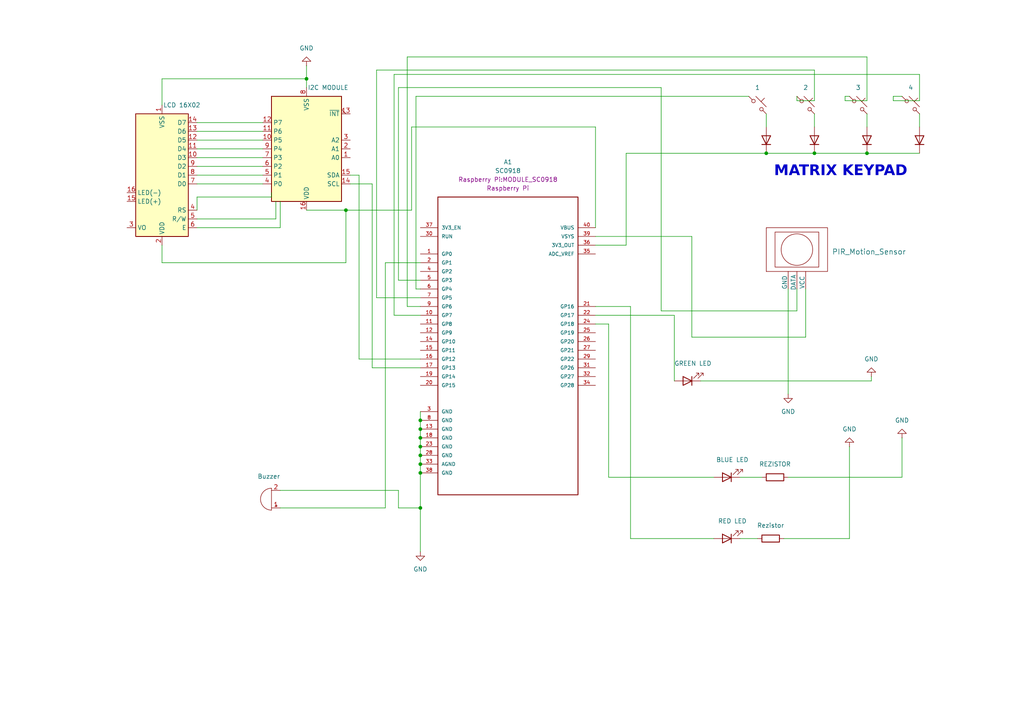
<source format=kicad_sch>
(kicad_sch (version 20231120) (generator "eeschema") (generator_version "8.0")
  (paper "A4")
  (lib_symbols
    (symbol "Device:Buzzer" (pin_names (offset 0.0254) hide)
      (property "Reference" "BZ" (at 3.81 1.27 0))
      (property "Value" "Buzzer" (at 3.81 -1.27 0))
      (symbol "Buzzer_0_1"
        (arc (start 0 -3.175) (mid 3.1612 0) (end 0 3.175))
        (polyline (pts (xy -1.651 1.905) (xy -1.143 1.905)))
        (polyline (pts (xy -1.397 2.159) (xy -1.397 1.651)))
        (polyline (pts (xy 0 3.175) (xy 0 -3.175)))
      )
      (symbol "Buzzer_1_1"
        (pin passive line (at -2.54 2.54 0) (length 2.54) (name "+") (number "1"))
        (pin passive line (at -2.54 -2.54 0) (length 2.54) (name "-") (number "2"))
      )
    )
    (symbol "Device:LED" (pin_numbers hide) (pin_names (offset 1.016) hide)
      (property "Reference" "D" (at 0 2.54 0))
      (property "Value" "LED" (at 0 -2.54 0))
      (symbol "LED_0_1"
        (polyline (pts (xy -1.27 -1.27) (xy -1.27 1.27)) (stroke (width 0.254)))
        (polyline (pts (xy -1.27 0) (xy 1.27 0)))
        (polyline (pts (xy 1.27 -1.27) (xy 1.27 1.27) (xy -1.27 0) (xy 1.27 -1.27)) (stroke (width 0.254)))
        (polyline (pts (xy -3.048 -0.762) (xy -4.572 -2.286) (xy -3.81 -2.286) (xy -4.572 -2.286) (xy -4.572 -1.524)))
        (polyline (pts (xy -1.778 -0.762) (xy -3.302 -2.286) (xy -2.54 -2.286) (xy -3.302 -2.286) (xy -3.302 -1.524)))
      )
      (symbol "LED_1_1"
        (pin passive line (at -3.81 0 0) (length 2.54) (name "K") (number "1"))
        (pin passive line (at 3.81 0 180) (length 2.54) (name "A") (number "2"))
      )
    )
    (symbol "Device:R" (pin_numbers hide) (pin_names (offset 0))
      (property "Reference" "R" (at 2.032 0 90))
      (property "Value" "R" (at 0 0 90))
      (symbol "R_0_1"
        (rectangle (start -1.016 -2.54) (end 1.016 2.54) (stroke (width 0.254)))
      )
      (symbol "R_1_1"
        (pin passive line (at 0 3.81 270) (length 1.27) (name "~") (number "1"))
        (pin passive line (at 0 -3.81 90) (length 1.27) (name "~") (number "2"))
      )
    )
    (symbol "Diode:1N4148WT" (pin_numbers hide) (pin_names hide)
      (property "Reference" "D" (at 0 2.54 0))
      (property "Value" "1N4148WT" (at 0 -2.54 0))
      (symbol "1N4148WT_0_1"
        (polyline (pts (xy -1.27 1.27) (xy -1.27 -1.27)) (stroke (width 0.254)))
        (polyline (pts (xy 1.27 0) (xy -1.27 0)))
        (polyline (pts (xy 1.27 1.27) (xy 1.27 -1.27) (xy -1.27 0) (xy 1.27 1.27)) (stroke (width 0.254)))
      )
      (symbol "1N4148WT_1_1"
        (pin passive line (at -3.81 0 0) (length 2.54) (name "K") (number "1"))
        (pin passive line (at 3.81 0 180) (length 2.54) (name "A") (number "2"))
      )
    )
    (symbol "Display_Character:WC1602A"
      (property "Reference" "DS" (at -5.842 19.05 0))
      (property "Value" "WC1602A" (at 5.334 19.05 0))
      (symbol "WC1602A_1_1"
        (rectangle (start -7.62 17.78) (end 7.62 -17.78) (stroke (width 0.254)) (fill (type background)))
        (pin power_in line (at 0 -20.32 90) (length 2.54) (name "VSS") (number "1"))
        (pin input line (at -10.16 -5.08 0) (length 2.54) (name "D3") (number "10"))
        (pin input line (at -10.16 -7.62 0) (length 2.54) (name "D4") (number "11"))
        (pin input line (at -10.16 -10.16 0) (length 2.54) (name "D5") (number "12"))
        (pin input line (at -10.16 -12.7 0) (length 2.54) (name "D6") (number "13"))
        (pin input line (at -10.16 -15.24 0) (length 2.54) (name "D7") (number "14"))
        (pin power_in line (at 10.16 7.62 180) (length 2.54) (name "LED(+)") (number "15"))
        (pin power_in line (at 10.16 5.08 180) (length 2.54) (name "LED(-)") (number "16"))
        (pin power_in line (at 0 20.32 270) (length 2.54) (name "VDD") (number "2"))
        (pin input line (at 10.16 15.24 180) (length 2.54) (name "VO") (number "3"))
        (pin input line (at -10.16 10.16 0) (length 2.54) (name "RS") (number "4"))
        (pin input line (at -10.16 12.7 0) (length 2.54) (name "R/W") (number "5"))
        (pin input line (at -10.16 15.24 0) (length 2.54) (name "E") (number "6"))
        (pin input line (at -10.16 2.54 0) (length 2.54) (name "D0") (number "7"))
        (pin input line (at -10.16 0 0) (length 2.54) (name "D1") (number "8"))
        (pin input line (at -10.16 -2.54 0) (length 2.54) (name "D2") (number "9"))
      )
    )
    (symbol "Interface_Expansion:PCF8574"
      (property "Reference" "U" (at -8.89 16.51 0))
      (property "Value" "PCF8574" (at 2.54 16.51 0))
      (symbol "PCF8574_0_1"
        (rectangle (start -10.16 15.24) (end 10.16 -15.24) (stroke (width 0.254)) (fill (type background)))
      )
      (symbol "PCF8574_1_1"
        (pin input line (at -12.7 2.54 0) (length 2.54) (name "A0") (number "1"))
        (pin bidirectional line (at 12.7 -2.54 180) (length 2.54) (name "P5") (number "10"))
        (pin bidirectional line (at 12.7 -5.08 180) (length 2.54) (name "P6") (number "11"))
        (pin bidirectional line (at 12.7 -7.62 180) (length 2.54) (name "P7") (number "12"))
        (pin open_collector output_low (at -12.7 -10.16 0) (length 2.54) (name "~{INT}") (number "13"))
        (pin input line (at -12.7 10.16 0) (length 2.54) (name "SCL") (number "14"))
        (pin bidirectional line (at -12.7 7.62 0) (length 2.54) (name "SDA") (number "15"))
        (pin power_in line (at 0 17.78 270) (length 2.54) (name "VDD") (number "16"))
        (pin input line (at -12.7 0 0) (length 2.54) (name "A1") (number "2"))
        (pin input line (at -12.7 -2.54 0) (length 2.54) (name "A2") (number "3"))
        (pin bidirectional line (at 12.7 10.16 180) (length 2.54) (name "P0") (number "4"))
        (pin bidirectional line (at 12.7 7.62 180) (length 2.54) (name "P1") (number "5"))
        (pin bidirectional line (at 12.7 5.08 180) (length 2.54) (name "P2") (number "6"))
        (pin bidirectional line (at 12.7 2.54 180) (length 2.54) (name "P3") (number "7"))
        (pin power_in line (at 0 -17.78 90) (length 2.54) (name "VSS") (number "8"))
        (pin bidirectional line (at 12.7 0 180) (length 2.54) (name "P4") (number "9"))
      )
    )
    (symbol "Pico_W:SC0918" (pin_names (offset 1.016))
      (property "Reference" "A1" (at 0 58.42 0))
      (property "Value" "SC0918" (at 0 55.88 0))
      (property "Footprint" "Raspberry Pi:MODULE_SC0918" (at -12.7 -46.99 0))
      (property "manufacturer" "Raspberry Pi" (at 0 53.34 0))
      (symbol "SC0918_0_0"
        (rectangle (start -20.32 -43.18) (end 20.32 43.18) (stroke (width 0.254)))
        (pin bidirectional line (at -25.4 26.67 0) (length 5.08) (name "GP0") (number "1"))
        (pin bidirectional line (at -25.4 8.89 0) (length 5.08) (name "GP7") (number "10"))
        (pin bidirectional line (at -25.4 6.35 0) (length 5.08) (name "GP8") (number "11"))
        (pin bidirectional line (at -25.4 3.81 0) (length 5.08) (name "GP9") (number "12"))
        (pin power_in line (at -25.4 -24.13 0) (length 5.08) (name "GND") (number "13"))
        (pin bidirectional line (at -25.4 1.27 0) (length 5.08) (name "GP10") (number "14"))
        (pin bidirectional line (at -25.4 -1.27 0) (length 5.08) (name "GP11") (number "15"))
        (pin bidirectional line (at -25.4 -3.81 0) (length 5.08) (name "GP12") (number "16"))
        (pin bidirectional line (at -25.4 -6.35 0) (length 5.08) (name "GP13") (number "17"))
        (pin power_in line (at -25.4 -26.67 0) (length 5.08) (name "GND") (number "18"))
        (pin bidirectional line (at -25.4 -8.89 0) (length 5.08) (name "GP14") (number "19"))
        (pin bidirectional line (at -25.4 24.13 0) (length 5.08) (name "GP1") (number "2"))
        (pin bidirectional line (at -25.4 -11.43 0) (length 5.08) (name "GP15") (number "20"))
        (pin bidirectional line (at 25.4 11.43 180) (length 5.08) (name "GP16") (number "21"))
        (pin bidirectional line (at 25.4 8.89 180) (length 5.08) (name "GP17") (number "22"))
        (pin power_in line (at -25.4 -29.21 0) (length 5.08) (name "GND") (number "23"))
        (pin bidirectional line (at 25.4 6.35 180) (length 5.08) (name "GP18") (number "24"))
        (pin bidirectional line (at 25.4 3.81 180) (length 5.08) (name "GP19") (number "25"))
        (pin bidirectional line (at 25.4 1.27 180) (length 5.08) (name "GP20") (number "26"))
        (pin bidirectional line (at 25.4 -1.27 180) (length 5.08) (name "GP21") (number "27"))
        (pin power_in line (at -25.4 -31.75 0) (length 5.08) (name "GND") (number "28"))
        (pin bidirectional line (at 25.4 -3.81 180) (length 5.08) (name "GP22") (number "29"))
        (pin power_in line (at -25.4 -19.05 0) (length 5.08) (name "GND") (number "3"))
        (pin input line (at -25.4 31.75 0) (length 5.08) (name "RUN") (number "30"))
        (pin bidirectional line (at 25.4 -6.35 180) (length 5.08) (name "GP26") (number "31"))
        (pin bidirectional line (at 25.4 -8.89 180) (length 5.08) (name "GP27") (number "32"))
        (pin power_in line (at -25.4 -34.29 0) (length 5.08) (name "AGND") (number "33"))
        (pin bidirectional line (at 25.4 -11.43 180) (length 5.08) (name "GP28") (number "34"))
        (pin power_in line (at 25.4 26.67 180) (length 5.08) (name "ADC_VREF") (number "35"))
        (pin power_in line (at 25.4 29.21 180) (length 5.08) (name "3V3_OUT") (number "36"))
        (pin input line (at -25.4 34.29 0) (length 5.08) (name "3V3_EN") (number "37"))
        (pin power_in line (at -25.4 -36.83 0) (length 5.08) (name "GND") (number "38"))
        (pin free line (at 25.4 31.75 180) (length 5.08) (name "VSYS") (number "39"))
        (pin bidirectional line (at -25.4 21.59 0) (length 5.08) (name "GP2") (number "4"))
        (pin free line (at 25.4 34.29 180) (length 5.08) (name "VBUS") (number "40"))
        (pin bidirectional line (at -25.4 19.05 0) (length 5.08) (name "GP3") (number "5"))
        (pin bidirectional line (at -25.4 16.51 0) (length 5.08) (name "GP4") (number "6"))
        (pin bidirectional line (at -25.4 13.97 0) (length 5.08) (name "GP5") (number "7"))
        (pin power_in line (at -25.4 -21.59 0) (length 5.08) (name "GND") (number "8"))
        (pin bidirectional line (at -25.4 11.43 0) (length 5.08) (name "GP6") (number "9"))
      )
    )
    (symbol "Switch:SW_Push_45deg" (pin_numbers hide) (pin_names (offset 1.016) hide)
      (property "Reference" "SW" (at 3.048 1.016 0))
      (property "Value" "SW_Push_45deg" (at 0 -3.81 0))
      (symbol "SW_Push_45deg_0_1"
        (circle (center -1.1684 1.1684) (radius 0.508))
        (polyline (pts (xy -0.508 2.54) (xy 2.54 -0.508)))
        (polyline (pts (xy 1.016 1.016) (xy 2.032 2.032)))
        (polyline (pts (xy -2.54 2.54) (xy -1.524 1.524) (xy -1.524 1.524)))
        (polyline (pts (xy 1.524 -1.524) (xy 2.54 -2.54) (xy 2.54 -2.54) (xy 2.54 -2.54)))
        (circle (center 1.143 -1.1938) (radius 0.508))
        (pin passive line (at -2.54 2.54 0) (length 0) (name "1") (number "1"))
        (pin passive line (at 2.54 -2.54 180) (length 0) (name "2") (number "2"))
      )
    )
    (symbol "power:GND" (power) (pin_numbers hide) (pin_names (offset 0) hide)
      (property "Value" "GND" (at 0 -3.81 0))
      (symbol "GND_0_1"
        (polyline (pts (xy 0 0) (xy 0 -1.27) (xy 1.27 -1.27) (xy 0 -2.54) (xy -1.27 -1.27) (xy 0 -1.27)))
      )
      (symbol "GND_1_1"
        (pin power_in line (at 0 0 270) (length 0) (name "~") (number "1"))
      )
    )
    (symbol "sensors:PIR_Motion_Sensor" (pin_numbers hide) (pin_names (offset 0))
      (property "Reference" "PIR" (at 0 22.86 0))
      (property "Value" "PIR_Motion_Sensor" (at 0 20.32 0))
      (symbol "PIR_Motion_Sensor_0_1"
        (rectangle (start -8.89 5.08) (end -8.89 5.08))
        (rectangle (start -8.89 5.08) (end 8.89 17.78))
        (rectangle (start -6.35 16.51) (end 6.35 6.35))
        (polyline (pts (xy -2.54 3.81) (xy -2.54 5.08)))
        (polyline (pts (xy 0 3.81) (xy 0 5.08)))
        (polyline (pts (xy 2.54 3.81) (xy 2.54 5.08)))
        (circle (center 0 11.43) (radius 4.572))
      )
      (symbol "PIR_Motion_Sensor_1_1"
        (pin power_in line (at -2.54 0 90) (length 3.81) (name "GND") (number "1"))
        (pin output line (at 0 0 90) (length 3.81) (name "DATA") (number "2"))
        (pin power_in line (at 2.54 0 90) (length 3.81) (name "VCC") (number "3"))
      )
    )
  )
  (junction (at 88.9 22.86))
  (junction (at 121.92 127))
  (junction (at 121.92 124.46))
  (junction (at 121.92 137.16))
  (junction (at 121.92 147.32))
  (junction (at 236.22 44.45))
  (junction (at 222.25 44.45))
  (junction (at 121.92 132.08))
  (junction (at 251.46 44.45))
  (junction (at 121.92 134.62))
  (junction (at 121.92 129.54))
  (junction (at 121.92 121.92))
  (junction (at 100.33 60.96))
  (wire (pts (xy 46.99 71.12) (xy 46.99 76.2)))
  (wire (pts (xy 266.7 21.59) (xy 266.7 29.21)))
  (wire (pts (xy 251.46 33.02) (xy 251.46 36.83)))
  (wire (pts (xy 181.61 44.45) (xy 222.25 44.45)))
  (wire (pts (xy 57.15 48.26) (xy 76.2 48.26)))
  (wire (pts (xy 57.15 60.96) (xy 57.15 57.15)))
  (wire (pts (xy 57.15 45.72) (xy 76.2 45.72)))
  (wire (pts (xy 236.22 33.02) (xy 236.22 36.83)))
  (wire (pts (xy 266.7 33.02) (xy 266.7 36.83)))
  (wire (pts (xy 252.73 110.49) (xy 252.73 109.22)))
  (wire (pts (xy 181.61 71.12) (xy 181.61 44.45)))
  (wire (pts (xy 121.92 119.38) (xy 121.92 121.92)))
  (wire (pts (xy 207.01 156.21) (xy 182.88 156.21)))
  (wire (pts (xy 233.68 83.82) (xy 233.68 97.79)))
  (wire (pts (xy 195.58 91.44) (xy 195.58 110.49)))
  (wire (pts (xy 111.76 147.32) (xy 81.28 147.32)))
  (wire (pts (xy 57.15 66.04) (xy 81.28 66.04)))
  (wire (pts (xy 114.3 21.59) (xy 266.7 21.59)))
  (wire (pts (xy 109.22 86.36) (xy 109.22 20.32)))
  (wire (pts (xy 121.92 129.54) (xy 121.92 132.08)))
  (wire (pts (xy 251.46 44.45) (xy 266.7 44.45)))
  (wire (pts (xy 57.15 43.18) (xy 76.2 43.18)))
  (wire (pts (xy 261.62 138.43) (xy 261.62 127)))
  (wire (pts (xy 107.95 53.34) (xy 107.95 106.68)))
  (wire (pts (xy 57.15 63.5) (xy 80.01 63.5)))
  (wire (pts (xy 191.77 25.4) (xy 191.77 90.17)))
  (wire (pts (xy 200.66 68.58) (xy 200.66 97.79)))
  (wire (pts (xy 236.22 44.45) (xy 251.46 44.45)))
  (wire (pts (xy 121.92 88.9) (xy 118.11 88.9)))
  (wire (pts (xy 121.92 137.16) (xy 121.92 147.32)))
  (wire (pts (xy 191.77 90.17) (xy 231.14 90.17)))
  (wire (pts (xy 78.74 57.15) (xy 78.74 55.88)))
  (wire (pts (xy 236.22 20.32) (xy 236.22 29.21)))
  (wire (pts (xy 46.99 30.48) (xy 46.99 22.86)))
  (wire (pts (xy 81.28 58.42) (xy 81.28 66.04)))
  (wire (pts (xy 88.9 22.86) (xy 88.9 25.4)))
  (wire (pts (xy 259.08 29.21) (xy 259.08 27.94)))
  (wire (pts (xy 214.63 138.43) (xy 220.98 138.43)))
  (wire (pts (xy 203.2 110.49) (xy 252.73 110.49)))
  (wire (pts (xy 182.88 88.9) (xy 172.72 88.9)))
  (wire (pts (xy 120.65 27.94) (xy 217.17 27.94)))
  (wire (pts (xy 101.6 53.34) (xy 107.95 53.34)))
  (wire (pts (xy 121.92 76.2) (xy 111.76 76.2)))
  (wire (pts (xy 176.53 93.98) (xy 172.72 93.98)))
  (wire (pts (xy 121.92 132.08) (xy 121.92 134.62)))
  (wire (pts (xy 118.11 88.9) (xy 118.11 16.51)))
  (wire (pts (xy 100.33 76.2) (xy 100.33 60.96)))
  (wire (pts (xy 120.65 83.82) (xy 120.65 27.94)))
  (wire (pts (xy 172.72 68.58) (xy 200.66 68.58)))
  (wire (pts (xy 57.15 35.56) (xy 76.2 35.56)))
  (wire (pts (xy 115.57 147.32) (xy 121.92 147.32)))
  (wire (pts (xy 121.92 121.92) (xy 121.92 124.46)))
  (wire (pts (xy 172.72 91.44) (xy 195.58 91.44)))
  (wire (pts (xy 245.11 27.94) (xy 246.38 27.94)))
  (wire (pts (xy 121.92 83.82) (xy 120.65 83.82)))
  (wire (pts (xy 121.92 124.46) (xy 121.92 127)))
  (wire (pts (xy 172.72 66.04) (xy 172.72 36.83)))
  (wire (pts (xy 231.14 29.21) (xy 231.14 27.94)))
  (wire (pts (xy 176.53 138.43) (xy 176.53 93.98)))
  (wire (pts (xy 114.3 91.44) (xy 114.3 21.59)))
  (wire (pts (xy 236.22 29.21) (xy 231.14 29.21)))
  (wire (pts (xy 219.71 156.21) (xy 214.63 156.21)))
  (wire (pts (xy 121.92 81.28) (xy 115.57 81.28)))
  (wire (pts (xy 259.08 27.94) (xy 261.62 27.94)))
  (wire (pts (xy 119.38 36.83) (xy 172.72 36.83)))
  (wire (pts (xy 57.15 38.1) (xy 76.2 38.1)))
  (wire (pts (xy 101.6 50.8) (xy 104.14 50.8)))
  (wire (pts (xy 46.99 22.86) (xy 88.9 22.86)))
  (wire (pts (xy 121.92 134.62) (xy 121.92 137.16)))
  (wire (pts (xy 119.38 60.96) (xy 119.38 36.83)))
  (wire (pts (xy 57.15 57.15) (xy 78.74 57.15)))
  (wire (pts (xy 207.01 138.43) (xy 176.53 138.43)))
  (wire (pts (xy 100.33 60.96) (xy 119.38 60.96)))
  (wire (pts (xy 222.25 33.02) (xy 222.25 36.83)))
  (wire (pts (xy 222.25 44.45) (xy 236.22 44.45)))
  (wire (pts (xy 88.9 60.96) (xy 100.33 60.96)))
  (wire (pts (xy 111.76 76.2) (xy 111.76 147.32)))
  (wire (pts (xy 118.11 16.51) (xy 251.46 16.51)))
  (wire (pts (xy 57.15 40.64) (xy 76.2 40.64)))
  (wire (pts (xy 182.88 156.21) (xy 182.88 88.9)))
  (wire (pts (xy 266.7 29.21) (xy 259.08 29.21)))
  (wire (pts (xy 251.46 16.51) (xy 251.46 29.21)))
  (wire (pts (xy 228.6 138.43) (xy 261.62 138.43)))
  (wire (pts (xy 227.33 156.21) (xy 246.38 156.21)))
  (wire (pts (xy 172.72 71.12) (xy 181.61 71.12)))
  (wire (pts (xy 246.38 129.54) (xy 246.38 156.21)))
  (wire (pts (xy 109.22 20.32) (xy 236.22 20.32)))
  (wire (pts (xy 115.57 142.24) (xy 115.57 147.32)))
  (wire (pts (xy 81.28 142.24) (xy 115.57 142.24)))
  (wire (pts (xy 121.92 104.14) (xy 104.14 104.14)))
  (wire (pts (xy 228.6 83.82) (xy 228.6 114.3)))
  (wire (pts (xy 46.99 76.2) (xy 100.33 76.2)))
  (wire (pts (xy 57.15 53.34) (xy 76.2 53.34)))
  (wire (pts (xy 115.57 81.28) (xy 115.57 25.4)))
  (wire (pts (xy 121.92 147.32) (xy 121.92 160.02)))
  (wire (pts (xy 57.15 50.8) (xy 76.2 50.8)))
  (wire (pts (xy 104.14 104.14) (xy 104.14 50.8)))
  (wire (pts (xy 231.14 90.17) (xy 231.14 83.82)))
  (wire (pts (xy 121.92 86.36) (xy 109.22 86.36)))
  (wire (pts (xy 88.9 19.05) (xy 88.9 22.86)))
  (wire (pts (xy 121.92 127) (xy 121.92 129.54)))
  (wire (pts (xy 200.66 97.79) (xy 233.68 97.79)))
  (wire (pts (xy 107.95 106.68) (xy 121.92 106.68)))
  (wire (pts (xy 121.92 91.44) (xy 114.3 91.44)))
  (wire (pts (xy 251.46 29.21) (xy 245.11 29.21)))
  (wire (pts (xy 245.11 29.21) (xy 245.11 27.94)))
  (wire (pts (xy 80.01 63.5) (xy 80.01 58.42)))
  (wire (pts (xy 115.57 25.4) (xy 191.77 25.4)))
  (text "MATRIX KEYPAD" (at 243.84 50.546 0) (effects (font (size 3.048 3.048) (thickness 0.6096) (bold yes))))
  (symbol (lib_id "Interface_Expansion:PCF8574") (at 88.9 43.18 180) (unit 1)
    (property "Reference" "U1" (effects (hide yes)))
    (property "Value" "I2C MODULE" (at 89.2459 25.4 0) (effects (justify right)))
    (property "Datasheet" "http://www.nxp.com/docs/en/data-sheet/PCF8574_PCF8574A.pdf" (effects (hide yes)))
    (property "Description" "8 Bit Port/Expander to I2C Bus, DIP/SOIC-16" (effects (hide yes)))
  )
  (symbol (lib_id "Switch:SW_Push_45deg") (at 219.71 30.48 0) (unit 1)
    (property "Reference" "SW1" (effects (hide yes)))
    (property "Value" "1" (at 219.71 25.4 0))
    (property "Description" "Push button switch, normally open, two pins, 45° tilted" (effects (hide yes)))
  )
  (symbol (lib_id "Switch:SW_Push_45deg") (at 264.16 30.48 0) (unit 1)
    (property "Reference" "SW4" (effects (hide yes)))
    (property "Value" "4" (at 264.16 25.4 0))
    (property "Description" "Push button switch, normally open, two pins, 45° tilted" (effects (hide yes)))
  )
  (symbol (lib_id "power:GND") (at 246.38 129.54 180) (unit 1)
    (property "Reference" "#PWR04" (effects (hide yes)))
    (property "Value" "GND" (at 246.38 124.46 0))
    (property "Description" "Power symbol creates a global label with name \"GND\" , ground" (effects (hide yes)))
  )
  (symbol (lib_id "Diode:1N4148WT") (at 266.7 40.64 90) (unit 1)
    (property "Reference" "D4" (effects (hide yes)))
    (property "Value" "1N4148WT" (effects (hide yes)))
    (property "Footprint" "Diode_SMD:D_SOD-523" (effects (hide yes)))
    (property "Datasheet" "https://www.diodes.com/assets/Datasheets/ds30396.pdf" (effects (hide yes)))
    (property "Description" "75V 0.15A Fast switching Diode, SOD-523" (effects (hide yes)))
    (property "Sim.Device" "D" (effects (hide yes)))
    (property "Sim.Pins" "1=K 2=A" (effects (hide yes)))
  )
  (symbol (lib_id "Device:LED") (at 210.82 156.21 180) (unit 1)
    (property "Reference" "D5" (effects (hide yes)))
    (property "Value" "RED LED" (at 212.4075 151.13 0))
    (property "Description" "Light emitting diode" (effects (hide yes)))
  )
  (symbol (lib_id "power:GND") (at 252.73 109.22 180) (unit 1)
    (property "Reference" "#PWR06" (effects (hide yes)))
    (property "Value" "GND" (at 252.73 104.14 0))
    (property "Description" "Power symbol creates a global label with name \"GND\" , ground" (effects (hide yes)))
  )
  (symbol (lib_id "sensors:PIR_Motion_Sensor") (at 231.14 83.82 0) (unit 1)
    (property "Reference" "PIR1" (effects (hide yes)))
    (property "Value" "PIR_Motion_Sensor" (at 241.3 73.0249 0) (effects (font (size 1.524 1.524)) (justify left)))
    (property "Description" "PIR motion sensor" (effects (hide yes)))
  )
  (symbol (lib_id "Diode:1N4148WT") (at 236.22 40.64 90) (unit 1)
    (property "Reference" "D2" (effects (hide yes)))
    (property "Value" "1N4148WT" (effects (hide yes)))
    (property "Footprint" "Diode_SMD:D_SOD-523" (effects (hide yes)))
    (property "Datasheet" "https://www.diodes.com/assets/Datasheets/ds30396.pdf" (effects (hide yes)))
    (property "Description" "75V 0.15A Fast switching Diode, SOD-523" (effects (hide yes)))
    (property "Sim.Device" "D" (effects (hide yes)))
    (property "Sim.Pins" "1=K 2=A" (effects (hide yes)))
  )
  (symbol (lib_id "Device:Buzzer") (at 78.74 144.78 180) (unit 1)
    (property "Reference" "BZ1" (effects (hide yes)))
    (property "Value" "Buzzer" (at 77.978 138.176 0))
    (property "Description" "Buzzer, polarized" (effects (hide yes)))
  )
  (symbol (lib_id "power:GND") (at 261.62 127 180) (unit 1)
    (property "Reference" "#PWR05" (effects (hide yes)))
    (property "Value" "GND" (at 261.62 121.92 0))
    (property "Description" "Power symbol creates a global label with name \"GND\" , ground" (effects (hide yes)))
  )
  (symbol (lib_id "Pico_W:SC0918") (at 147.32 100.33 0) (unit 1)
    (property "Reference" "A1" (at 147.32 46.99 0))
    (property "Value" "SC0918" (at 147.32 49.53 0))
    (property "Footprint" "Raspberry Pi:MODULE_SC0918" (at 147.32 52.07 0))
    (property "Datasheet" "https://datasheets.raspberrypi.com/picow/pico-w-datasheet.pdf" (effects (hide yes)))
    (property "manufacturer" "Raspberry Pi" (at 147.32 54.61 0))
    (property "P/N" "SC0918" (effects (hide yes)))
    (property "PARTREV" "1.6" (effects (hide yes)))
    (property "MAXIMUM_PACKAGE_HEIGHT" "3.73mm" (effects (hide yes)))
  )
  (symbol (lib_id "Switch:SW_Push_45deg") (at 233.68 30.48 0) (unit 1)
    (property "Reference" "SW2" (effects (hide yes)))
    (property "Value" "2" (at 233.68 25.4 0))
    (property "Description" "Push button switch, normally open, two pins, 45° tilted" (effects (hide yes)))
  )
  (symbol (lib_id "Device:R") (at 224.79 138.43 90) (unit 1)
    (property "Reference" "R2" (effects (hide yes)))
    (property "Value" "REZISTOR" (at 224.79 134.62 90))
    (property "Description" "Resistor" (effects (hide yes)))
  )
  (symbol (lib_id "Device:R") (at 223.52 156.21 270) (unit 1)
    (property "Reference" "R1" (effects (hide yes)))
    (property "Value" "Rezistor" (at 223.52 152.4 90))
    (property "Description" "Resistor" (effects (hide yes)))
  )
  (symbol (lib_id "power:GND") (at 88.9 19.05 180) (unit 1)
    (property "Reference" "#PWR01" (effects (hide yes)))
    (property "Value" "GND" (at 88.9 13.97 0))
    (property "Description" "Power symbol creates a global label with name \"GND\" , ground" (effects (hide yes)))
  )
  (symbol (lib_id "Switch:SW_Push_45deg") (at 248.92 30.48 0) (unit 1)
    (property "Reference" "SW3" (effects (hide yes)))
    (property "Value" "3" (at 248.92 25.4 0))
    (property "Description" "Push button switch, normally open, two pins, 45° tilted" (effects (hide yes)))
  )
  (symbol (lib_id "Diode:1N4148WT") (at 222.25 40.64 90) (unit 1)
    (property "Reference" "D1" (effects (hide yes)))
    (property "Footprint" "Diode_SMD:D_SOD-523" (effects (hide yes)))
    (property "Datasheet" "https://www.diodes.com/assets/Datasheets/ds30396.pdf" (effects (hide yes)))
    (property "Description" "75V 0.15A Fast switching Diode, SOD-523" (effects (hide yes)))
    (property "Sim.Device" "D" (effects (hide yes)))
    (property "Sim.Pins" "1=K 2=A" (effects (hide yes)))
  )
  (symbol (lib_id "power:GND") (at 228.6 114.3 0) (unit 1)
    (property "Reference" "#PWR03" (effects (hide yes)))
    (property "Value" "GND" (at 228.6 119.38 0))
    (property "Description" "Power symbol creates a global label with name \"GND\" , ground" (effects (hide yes)))
  )
  (symbol (lib_id "Device:LED") (at 210.82 138.43 180) (unit 1)
    (property "Reference" "D6" (effects (hide yes)))
    (property "Value" "BLUE LED" (at 212.4075 133.35 0))
    (property "Description" "Light emitting diode" (effects (hide yes)))
  )
  (symbol (lib_id "Diode:1N4148WT") (at 251.46 40.64 90) (unit 1)
    (property "Reference" "D3" (effects (hide yes)))
    (property "Value" "1N4148WT" (effects (hide yes)))
    (property "Footprint" "Diode_SMD:D_SOD-523" (effects (hide yes)))
    (property "Datasheet" "https://www.diodes.com/assets/Datasheets/ds30396.pdf" (effects (hide yes)))
    (property "Description" "75V 0.15A Fast switching Diode, SOD-523" (effects (hide yes)))
    (property "Sim.Device" "D" (effects (hide yes)))
    (property "Sim.Pins" "1=K 2=A" (effects (hide yes)))
  )
  (symbol (lib_id "power:GND") (at 121.92 160.02 0) (unit 1)
    (property "Reference" "#PWR02" (effects (hide yes)))
    (property "Value" "GND" (at 121.92 165.1 0))
    (property "Description" "Power symbol creates a global label with name \"GND\" , ground" (effects (hide yes)))
  )
  (symbol (lib_id "Device:LED") (at 199.39 110.49 180) (unit 1)
    (property "Reference" "D7" (effects (hide yes)))
    (property "Value" "GREEN LED" (at 200.9775 105.41 0))
    (property "Description" "Light emitting diode" (effects (hide yes)))
  )
  (symbol (lib_id "Display_Character:WC1602A") (at 46.99 50.8 180) (unit 1)
    (property "Reference" "DS1" (effects (hide yes)))
    (property "Value" "LCD 16X02" (at 47.3359 30.48 0) (effects (justify right)))
    (property "Footprint" "Display:WC1602A" (effects (hide yes)))
    (property "Datasheet" "http://www.wincomlcd.com/pdf/WC1602A-SFYLYHTC06.pdf" (effects (hide yes)))
    (property "Description" "LCD 16x2 Alphanumeric , 8 bit parallel bus, 5V VDD" (effects (hide yes)))
  )
)
</source>
